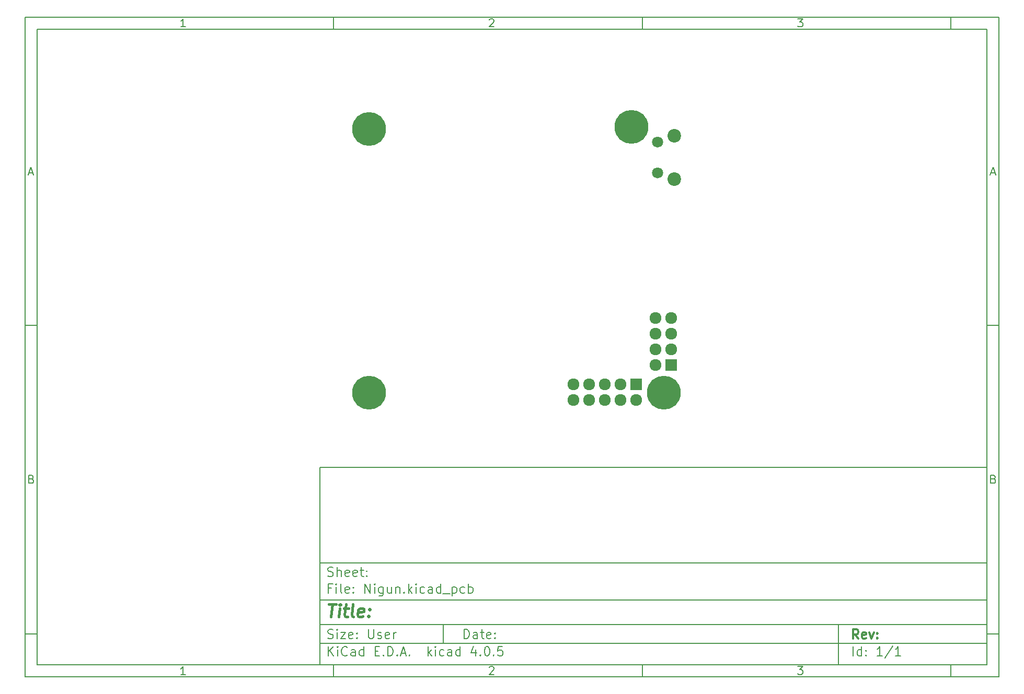
<source format=gbr>
G04 #@! TF.FileFunction,Soldermask,Bot*
%FSLAX46Y46*%
G04 Gerber Fmt 4.6, Leading zero omitted, Abs format (unit mm)*
G04 Created by KiCad (PCBNEW 4.0.5) date 2017 September 25, Monday 02:54:35*
%MOMM*%
%LPD*%
G01*
G04 APERTURE LIST*
%ADD10C,0.100000*%
%ADD11C,0.150000*%
%ADD12C,0.300000*%
%ADD13C,0.400000*%
%ADD14R,1.924000X1.924000*%
%ADD15C,1.924000*%
%ADD16C,1.808000*%
%ADD17C,2.200000*%
%ADD18C,5.480000*%
%ADD19C,0.908000*%
G04 APERTURE END LIST*
D10*
D11*
X57800000Y-83000000D02*
X57800000Y-115000000D01*
X165800000Y-115000000D01*
X165800000Y-83000000D01*
X57800000Y-83000000D01*
D10*
D11*
X10000000Y-10000000D02*
X10000000Y-117000000D01*
X167800000Y-117000000D01*
X167800000Y-10000000D01*
X10000000Y-10000000D01*
D10*
D11*
X12000000Y-12000000D02*
X12000000Y-115000000D01*
X165800000Y-115000000D01*
X165800000Y-12000000D01*
X12000000Y-12000000D01*
D10*
D11*
X60000000Y-12000000D02*
X60000000Y-10000000D01*
D10*
D11*
X110000000Y-12000000D02*
X110000000Y-10000000D01*
D10*
D11*
X160000000Y-12000000D02*
X160000000Y-10000000D01*
D10*
D11*
X35990476Y-11588095D02*
X35247619Y-11588095D01*
X35619048Y-11588095D02*
X35619048Y-10288095D01*
X35495238Y-10473810D01*
X35371429Y-10597619D01*
X35247619Y-10659524D01*
D10*
D11*
X85247619Y-10411905D02*
X85309524Y-10350000D01*
X85433333Y-10288095D01*
X85742857Y-10288095D01*
X85866667Y-10350000D01*
X85928571Y-10411905D01*
X85990476Y-10535714D01*
X85990476Y-10659524D01*
X85928571Y-10845238D01*
X85185714Y-11588095D01*
X85990476Y-11588095D01*
D10*
D11*
X135185714Y-10288095D02*
X135990476Y-10288095D01*
X135557143Y-10783333D01*
X135742857Y-10783333D01*
X135866667Y-10845238D01*
X135928571Y-10907143D01*
X135990476Y-11030952D01*
X135990476Y-11340476D01*
X135928571Y-11464286D01*
X135866667Y-11526190D01*
X135742857Y-11588095D01*
X135371429Y-11588095D01*
X135247619Y-11526190D01*
X135185714Y-11464286D01*
D10*
D11*
X60000000Y-115000000D02*
X60000000Y-117000000D01*
D10*
D11*
X110000000Y-115000000D02*
X110000000Y-117000000D01*
D10*
D11*
X160000000Y-115000000D02*
X160000000Y-117000000D01*
D10*
D11*
X35990476Y-116588095D02*
X35247619Y-116588095D01*
X35619048Y-116588095D02*
X35619048Y-115288095D01*
X35495238Y-115473810D01*
X35371429Y-115597619D01*
X35247619Y-115659524D01*
D10*
D11*
X85247619Y-115411905D02*
X85309524Y-115350000D01*
X85433333Y-115288095D01*
X85742857Y-115288095D01*
X85866667Y-115350000D01*
X85928571Y-115411905D01*
X85990476Y-115535714D01*
X85990476Y-115659524D01*
X85928571Y-115845238D01*
X85185714Y-116588095D01*
X85990476Y-116588095D01*
D10*
D11*
X135185714Y-115288095D02*
X135990476Y-115288095D01*
X135557143Y-115783333D01*
X135742857Y-115783333D01*
X135866667Y-115845238D01*
X135928571Y-115907143D01*
X135990476Y-116030952D01*
X135990476Y-116340476D01*
X135928571Y-116464286D01*
X135866667Y-116526190D01*
X135742857Y-116588095D01*
X135371429Y-116588095D01*
X135247619Y-116526190D01*
X135185714Y-116464286D01*
D10*
D11*
X10000000Y-60000000D02*
X12000000Y-60000000D01*
D10*
D11*
X10000000Y-110000000D02*
X12000000Y-110000000D01*
D10*
D11*
X10690476Y-35216667D02*
X11309524Y-35216667D01*
X10566667Y-35588095D02*
X11000000Y-34288095D01*
X11433333Y-35588095D01*
D10*
D11*
X11092857Y-84907143D02*
X11278571Y-84969048D01*
X11340476Y-85030952D01*
X11402381Y-85154762D01*
X11402381Y-85340476D01*
X11340476Y-85464286D01*
X11278571Y-85526190D01*
X11154762Y-85588095D01*
X10659524Y-85588095D01*
X10659524Y-84288095D01*
X11092857Y-84288095D01*
X11216667Y-84350000D01*
X11278571Y-84411905D01*
X11340476Y-84535714D01*
X11340476Y-84659524D01*
X11278571Y-84783333D01*
X11216667Y-84845238D01*
X11092857Y-84907143D01*
X10659524Y-84907143D01*
D10*
D11*
X167800000Y-60000000D02*
X165800000Y-60000000D01*
D10*
D11*
X167800000Y-110000000D02*
X165800000Y-110000000D01*
D10*
D11*
X166490476Y-35216667D02*
X167109524Y-35216667D01*
X166366667Y-35588095D02*
X166800000Y-34288095D01*
X167233333Y-35588095D01*
D10*
D11*
X166892857Y-84907143D02*
X167078571Y-84969048D01*
X167140476Y-85030952D01*
X167202381Y-85154762D01*
X167202381Y-85340476D01*
X167140476Y-85464286D01*
X167078571Y-85526190D01*
X166954762Y-85588095D01*
X166459524Y-85588095D01*
X166459524Y-84288095D01*
X166892857Y-84288095D01*
X167016667Y-84350000D01*
X167078571Y-84411905D01*
X167140476Y-84535714D01*
X167140476Y-84659524D01*
X167078571Y-84783333D01*
X167016667Y-84845238D01*
X166892857Y-84907143D01*
X166459524Y-84907143D01*
D10*
D11*
X81157143Y-110778571D02*
X81157143Y-109278571D01*
X81514286Y-109278571D01*
X81728571Y-109350000D01*
X81871429Y-109492857D01*
X81942857Y-109635714D01*
X82014286Y-109921429D01*
X82014286Y-110135714D01*
X81942857Y-110421429D01*
X81871429Y-110564286D01*
X81728571Y-110707143D01*
X81514286Y-110778571D01*
X81157143Y-110778571D01*
X83300000Y-110778571D02*
X83300000Y-109992857D01*
X83228571Y-109850000D01*
X83085714Y-109778571D01*
X82800000Y-109778571D01*
X82657143Y-109850000D01*
X83300000Y-110707143D02*
X83157143Y-110778571D01*
X82800000Y-110778571D01*
X82657143Y-110707143D01*
X82585714Y-110564286D01*
X82585714Y-110421429D01*
X82657143Y-110278571D01*
X82800000Y-110207143D01*
X83157143Y-110207143D01*
X83300000Y-110135714D01*
X83800000Y-109778571D02*
X84371429Y-109778571D01*
X84014286Y-109278571D02*
X84014286Y-110564286D01*
X84085714Y-110707143D01*
X84228572Y-110778571D01*
X84371429Y-110778571D01*
X85442857Y-110707143D02*
X85300000Y-110778571D01*
X85014286Y-110778571D01*
X84871429Y-110707143D01*
X84800000Y-110564286D01*
X84800000Y-109992857D01*
X84871429Y-109850000D01*
X85014286Y-109778571D01*
X85300000Y-109778571D01*
X85442857Y-109850000D01*
X85514286Y-109992857D01*
X85514286Y-110135714D01*
X84800000Y-110278571D01*
X86157143Y-110635714D02*
X86228571Y-110707143D01*
X86157143Y-110778571D01*
X86085714Y-110707143D01*
X86157143Y-110635714D01*
X86157143Y-110778571D01*
X86157143Y-109850000D02*
X86228571Y-109921429D01*
X86157143Y-109992857D01*
X86085714Y-109921429D01*
X86157143Y-109850000D01*
X86157143Y-109992857D01*
D10*
D11*
X57800000Y-111500000D02*
X165800000Y-111500000D01*
D10*
D11*
X59157143Y-113578571D02*
X59157143Y-112078571D01*
X60014286Y-113578571D02*
X59371429Y-112721429D01*
X60014286Y-112078571D02*
X59157143Y-112935714D01*
X60657143Y-113578571D02*
X60657143Y-112578571D01*
X60657143Y-112078571D02*
X60585714Y-112150000D01*
X60657143Y-112221429D01*
X60728571Y-112150000D01*
X60657143Y-112078571D01*
X60657143Y-112221429D01*
X62228572Y-113435714D02*
X62157143Y-113507143D01*
X61942857Y-113578571D01*
X61800000Y-113578571D01*
X61585715Y-113507143D01*
X61442857Y-113364286D01*
X61371429Y-113221429D01*
X61300000Y-112935714D01*
X61300000Y-112721429D01*
X61371429Y-112435714D01*
X61442857Y-112292857D01*
X61585715Y-112150000D01*
X61800000Y-112078571D01*
X61942857Y-112078571D01*
X62157143Y-112150000D01*
X62228572Y-112221429D01*
X63514286Y-113578571D02*
X63514286Y-112792857D01*
X63442857Y-112650000D01*
X63300000Y-112578571D01*
X63014286Y-112578571D01*
X62871429Y-112650000D01*
X63514286Y-113507143D02*
X63371429Y-113578571D01*
X63014286Y-113578571D01*
X62871429Y-113507143D01*
X62800000Y-113364286D01*
X62800000Y-113221429D01*
X62871429Y-113078571D01*
X63014286Y-113007143D01*
X63371429Y-113007143D01*
X63514286Y-112935714D01*
X64871429Y-113578571D02*
X64871429Y-112078571D01*
X64871429Y-113507143D02*
X64728572Y-113578571D01*
X64442858Y-113578571D01*
X64300000Y-113507143D01*
X64228572Y-113435714D01*
X64157143Y-113292857D01*
X64157143Y-112864286D01*
X64228572Y-112721429D01*
X64300000Y-112650000D01*
X64442858Y-112578571D01*
X64728572Y-112578571D01*
X64871429Y-112650000D01*
X66728572Y-112792857D02*
X67228572Y-112792857D01*
X67442858Y-113578571D02*
X66728572Y-113578571D01*
X66728572Y-112078571D01*
X67442858Y-112078571D01*
X68085715Y-113435714D02*
X68157143Y-113507143D01*
X68085715Y-113578571D01*
X68014286Y-113507143D01*
X68085715Y-113435714D01*
X68085715Y-113578571D01*
X68800001Y-113578571D02*
X68800001Y-112078571D01*
X69157144Y-112078571D01*
X69371429Y-112150000D01*
X69514287Y-112292857D01*
X69585715Y-112435714D01*
X69657144Y-112721429D01*
X69657144Y-112935714D01*
X69585715Y-113221429D01*
X69514287Y-113364286D01*
X69371429Y-113507143D01*
X69157144Y-113578571D01*
X68800001Y-113578571D01*
X70300001Y-113435714D02*
X70371429Y-113507143D01*
X70300001Y-113578571D01*
X70228572Y-113507143D01*
X70300001Y-113435714D01*
X70300001Y-113578571D01*
X70942858Y-113150000D02*
X71657144Y-113150000D01*
X70800001Y-113578571D02*
X71300001Y-112078571D01*
X71800001Y-113578571D01*
X72300001Y-113435714D02*
X72371429Y-113507143D01*
X72300001Y-113578571D01*
X72228572Y-113507143D01*
X72300001Y-113435714D01*
X72300001Y-113578571D01*
X75300001Y-113578571D02*
X75300001Y-112078571D01*
X75442858Y-113007143D02*
X75871429Y-113578571D01*
X75871429Y-112578571D02*
X75300001Y-113150000D01*
X76514287Y-113578571D02*
X76514287Y-112578571D01*
X76514287Y-112078571D02*
X76442858Y-112150000D01*
X76514287Y-112221429D01*
X76585715Y-112150000D01*
X76514287Y-112078571D01*
X76514287Y-112221429D01*
X77871430Y-113507143D02*
X77728573Y-113578571D01*
X77442859Y-113578571D01*
X77300001Y-113507143D01*
X77228573Y-113435714D01*
X77157144Y-113292857D01*
X77157144Y-112864286D01*
X77228573Y-112721429D01*
X77300001Y-112650000D01*
X77442859Y-112578571D01*
X77728573Y-112578571D01*
X77871430Y-112650000D01*
X79157144Y-113578571D02*
X79157144Y-112792857D01*
X79085715Y-112650000D01*
X78942858Y-112578571D01*
X78657144Y-112578571D01*
X78514287Y-112650000D01*
X79157144Y-113507143D02*
X79014287Y-113578571D01*
X78657144Y-113578571D01*
X78514287Y-113507143D01*
X78442858Y-113364286D01*
X78442858Y-113221429D01*
X78514287Y-113078571D01*
X78657144Y-113007143D01*
X79014287Y-113007143D01*
X79157144Y-112935714D01*
X80514287Y-113578571D02*
X80514287Y-112078571D01*
X80514287Y-113507143D02*
X80371430Y-113578571D01*
X80085716Y-113578571D01*
X79942858Y-113507143D01*
X79871430Y-113435714D01*
X79800001Y-113292857D01*
X79800001Y-112864286D01*
X79871430Y-112721429D01*
X79942858Y-112650000D01*
X80085716Y-112578571D01*
X80371430Y-112578571D01*
X80514287Y-112650000D01*
X83014287Y-112578571D02*
X83014287Y-113578571D01*
X82657144Y-112007143D02*
X82300001Y-113078571D01*
X83228573Y-113078571D01*
X83800001Y-113435714D02*
X83871429Y-113507143D01*
X83800001Y-113578571D01*
X83728572Y-113507143D01*
X83800001Y-113435714D01*
X83800001Y-113578571D01*
X84800001Y-112078571D02*
X84942858Y-112078571D01*
X85085715Y-112150000D01*
X85157144Y-112221429D01*
X85228573Y-112364286D01*
X85300001Y-112650000D01*
X85300001Y-113007143D01*
X85228573Y-113292857D01*
X85157144Y-113435714D01*
X85085715Y-113507143D01*
X84942858Y-113578571D01*
X84800001Y-113578571D01*
X84657144Y-113507143D01*
X84585715Y-113435714D01*
X84514287Y-113292857D01*
X84442858Y-113007143D01*
X84442858Y-112650000D01*
X84514287Y-112364286D01*
X84585715Y-112221429D01*
X84657144Y-112150000D01*
X84800001Y-112078571D01*
X85942858Y-113435714D02*
X86014286Y-113507143D01*
X85942858Y-113578571D01*
X85871429Y-113507143D01*
X85942858Y-113435714D01*
X85942858Y-113578571D01*
X87371430Y-112078571D02*
X86657144Y-112078571D01*
X86585715Y-112792857D01*
X86657144Y-112721429D01*
X86800001Y-112650000D01*
X87157144Y-112650000D01*
X87300001Y-112721429D01*
X87371430Y-112792857D01*
X87442858Y-112935714D01*
X87442858Y-113292857D01*
X87371430Y-113435714D01*
X87300001Y-113507143D01*
X87157144Y-113578571D01*
X86800001Y-113578571D01*
X86657144Y-113507143D01*
X86585715Y-113435714D01*
D10*
D11*
X57800000Y-108500000D02*
X165800000Y-108500000D01*
D10*
D12*
X145014286Y-110778571D02*
X144514286Y-110064286D01*
X144157143Y-110778571D02*
X144157143Y-109278571D01*
X144728571Y-109278571D01*
X144871429Y-109350000D01*
X144942857Y-109421429D01*
X145014286Y-109564286D01*
X145014286Y-109778571D01*
X144942857Y-109921429D01*
X144871429Y-109992857D01*
X144728571Y-110064286D01*
X144157143Y-110064286D01*
X146228571Y-110707143D02*
X146085714Y-110778571D01*
X145800000Y-110778571D01*
X145657143Y-110707143D01*
X145585714Y-110564286D01*
X145585714Y-109992857D01*
X145657143Y-109850000D01*
X145800000Y-109778571D01*
X146085714Y-109778571D01*
X146228571Y-109850000D01*
X146300000Y-109992857D01*
X146300000Y-110135714D01*
X145585714Y-110278571D01*
X146800000Y-109778571D02*
X147157143Y-110778571D01*
X147514285Y-109778571D01*
X148085714Y-110635714D02*
X148157142Y-110707143D01*
X148085714Y-110778571D01*
X148014285Y-110707143D01*
X148085714Y-110635714D01*
X148085714Y-110778571D01*
X148085714Y-109850000D02*
X148157142Y-109921429D01*
X148085714Y-109992857D01*
X148014285Y-109921429D01*
X148085714Y-109850000D01*
X148085714Y-109992857D01*
D10*
D11*
X59085714Y-110707143D02*
X59300000Y-110778571D01*
X59657143Y-110778571D01*
X59800000Y-110707143D01*
X59871429Y-110635714D01*
X59942857Y-110492857D01*
X59942857Y-110350000D01*
X59871429Y-110207143D01*
X59800000Y-110135714D01*
X59657143Y-110064286D01*
X59371429Y-109992857D01*
X59228571Y-109921429D01*
X59157143Y-109850000D01*
X59085714Y-109707143D01*
X59085714Y-109564286D01*
X59157143Y-109421429D01*
X59228571Y-109350000D01*
X59371429Y-109278571D01*
X59728571Y-109278571D01*
X59942857Y-109350000D01*
X60585714Y-110778571D02*
X60585714Y-109778571D01*
X60585714Y-109278571D02*
X60514285Y-109350000D01*
X60585714Y-109421429D01*
X60657142Y-109350000D01*
X60585714Y-109278571D01*
X60585714Y-109421429D01*
X61157143Y-109778571D02*
X61942857Y-109778571D01*
X61157143Y-110778571D01*
X61942857Y-110778571D01*
X63085714Y-110707143D02*
X62942857Y-110778571D01*
X62657143Y-110778571D01*
X62514286Y-110707143D01*
X62442857Y-110564286D01*
X62442857Y-109992857D01*
X62514286Y-109850000D01*
X62657143Y-109778571D01*
X62942857Y-109778571D01*
X63085714Y-109850000D01*
X63157143Y-109992857D01*
X63157143Y-110135714D01*
X62442857Y-110278571D01*
X63800000Y-110635714D02*
X63871428Y-110707143D01*
X63800000Y-110778571D01*
X63728571Y-110707143D01*
X63800000Y-110635714D01*
X63800000Y-110778571D01*
X63800000Y-109850000D02*
X63871428Y-109921429D01*
X63800000Y-109992857D01*
X63728571Y-109921429D01*
X63800000Y-109850000D01*
X63800000Y-109992857D01*
X65657143Y-109278571D02*
X65657143Y-110492857D01*
X65728571Y-110635714D01*
X65800000Y-110707143D01*
X65942857Y-110778571D01*
X66228571Y-110778571D01*
X66371429Y-110707143D01*
X66442857Y-110635714D01*
X66514286Y-110492857D01*
X66514286Y-109278571D01*
X67157143Y-110707143D02*
X67300000Y-110778571D01*
X67585715Y-110778571D01*
X67728572Y-110707143D01*
X67800000Y-110564286D01*
X67800000Y-110492857D01*
X67728572Y-110350000D01*
X67585715Y-110278571D01*
X67371429Y-110278571D01*
X67228572Y-110207143D01*
X67157143Y-110064286D01*
X67157143Y-109992857D01*
X67228572Y-109850000D01*
X67371429Y-109778571D01*
X67585715Y-109778571D01*
X67728572Y-109850000D01*
X69014286Y-110707143D02*
X68871429Y-110778571D01*
X68585715Y-110778571D01*
X68442858Y-110707143D01*
X68371429Y-110564286D01*
X68371429Y-109992857D01*
X68442858Y-109850000D01*
X68585715Y-109778571D01*
X68871429Y-109778571D01*
X69014286Y-109850000D01*
X69085715Y-109992857D01*
X69085715Y-110135714D01*
X68371429Y-110278571D01*
X69728572Y-110778571D02*
X69728572Y-109778571D01*
X69728572Y-110064286D02*
X69800000Y-109921429D01*
X69871429Y-109850000D01*
X70014286Y-109778571D01*
X70157143Y-109778571D01*
D10*
D11*
X144157143Y-113578571D02*
X144157143Y-112078571D01*
X145514286Y-113578571D02*
X145514286Y-112078571D01*
X145514286Y-113507143D02*
X145371429Y-113578571D01*
X145085715Y-113578571D01*
X144942857Y-113507143D01*
X144871429Y-113435714D01*
X144800000Y-113292857D01*
X144800000Y-112864286D01*
X144871429Y-112721429D01*
X144942857Y-112650000D01*
X145085715Y-112578571D01*
X145371429Y-112578571D01*
X145514286Y-112650000D01*
X146228572Y-113435714D02*
X146300000Y-113507143D01*
X146228572Y-113578571D01*
X146157143Y-113507143D01*
X146228572Y-113435714D01*
X146228572Y-113578571D01*
X146228572Y-112650000D02*
X146300000Y-112721429D01*
X146228572Y-112792857D01*
X146157143Y-112721429D01*
X146228572Y-112650000D01*
X146228572Y-112792857D01*
X148871429Y-113578571D02*
X148014286Y-113578571D01*
X148442858Y-113578571D02*
X148442858Y-112078571D01*
X148300001Y-112292857D01*
X148157143Y-112435714D01*
X148014286Y-112507143D01*
X150585714Y-112007143D02*
X149300000Y-113935714D01*
X151871429Y-113578571D02*
X151014286Y-113578571D01*
X151442858Y-113578571D02*
X151442858Y-112078571D01*
X151300001Y-112292857D01*
X151157143Y-112435714D01*
X151014286Y-112507143D01*
D10*
D11*
X57800000Y-104500000D02*
X165800000Y-104500000D01*
D10*
D13*
X59252381Y-105204762D02*
X60395238Y-105204762D01*
X59573810Y-107204762D02*
X59823810Y-105204762D01*
X60811905Y-107204762D02*
X60978571Y-105871429D01*
X61061905Y-105204762D02*
X60954762Y-105300000D01*
X61038095Y-105395238D01*
X61145239Y-105300000D01*
X61061905Y-105204762D01*
X61038095Y-105395238D01*
X61645238Y-105871429D02*
X62407143Y-105871429D01*
X62014286Y-105204762D02*
X61800000Y-106919048D01*
X61871430Y-107109524D01*
X62050001Y-107204762D01*
X62240477Y-107204762D01*
X63192858Y-107204762D02*
X63014287Y-107109524D01*
X62942857Y-106919048D01*
X63157143Y-105204762D01*
X64728572Y-107109524D02*
X64526191Y-107204762D01*
X64145239Y-107204762D01*
X63966667Y-107109524D01*
X63895238Y-106919048D01*
X63990476Y-106157143D01*
X64109524Y-105966667D01*
X64311905Y-105871429D01*
X64692857Y-105871429D01*
X64871429Y-105966667D01*
X64942857Y-106157143D01*
X64919048Y-106347619D01*
X63942857Y-106538095D01*
X65692857Y-107014286D02*
X65776192Y-107109524D01*
X65669048Y-107204762D01*
X65585715Y-107109524D01*
X65692857Y-107014286D01*
X65669048Y-107204762D01*
X65823810Y-105966667D02*
X65907144Y-106061905D01*
X65800000Y-106157143D01*
X65716667Y-106061905D01*
X65823810Y-105966667D01*
X65800000Y-106157143D01*
D10*
D11*
X59657143Y-102592857D02*
X59157143Y-102592857D01*
X59157143Y-103378571D02*
X59157143Y-101878571D01*
X59871429Y-101878571D01*
X60442857Y-103378571D02*
X60442857Y-102378571D01*
X60442857Y-101878571D02*
X60371428Y-101950000D01*
X60442857Y-102021429D01*
X60514285Y-101950000D01*
X60442857Y-101878571D01*
X60442857Y-102021429D01*
X61371429Y-103378571D02*
X61228571Y-103307143D01*
X61157143Y-103164286D01*
X61157143Y-101878571D01*
X62514285Y-103307143D02*
X62371428Y-103378571D01*
X62085714Y-103378571D01*
X61942857Y-103307143D01*
X61871428Y-103164286D01*
X61871428Y-102592857D01*
X61942857Y-102450000D01*
X62085714Y-102378571D01*
X62371428Y-102378571D01*
X62514285Y-102450000D01*
X62585714Y-102592857D01*
X62585714Y-102735714D01*
X61871428Y-102878571D01*
X63228571Y-103235714D02*
X63299999Y-103307143D01*
X63228571Y-103378571D01*
X63157142Y-103307143D01*
X63228571Y-103235714D01*
X63228571Y-103378571D01*
X63228571Y-102450000D02*
X63299999Y-102521429D01*
X63228571Y-102592857D01*
X63157142Y-102521429D01*
X63228571Y-102450000D01*
X63228571Y-102592857D01*
X65085714Y-103378571D02*
X65085714Y-101878571D01*
X65942857Y-103378571D01*
X65942857Y-101878571D01*
X66657143Y-103378571D02*
X66657143Y-102378571D01*
X66657143Y-101878571D02*
X66585714Y-101950000D01*
X66657143Y-102021429D01*
X66728571Y-101950000D01*
X66657143Y-101878571D01*
X66657143Y-102021429D01*
X68014286Y-102378571D02*
X68014286Y-103592857D01*
X67942857Y-103735714D01*
X67871429Y-103807143D01*
X67728572Y-103878571D01*
X67514286Y-103878571D01*
X67371429Y-103807143D01*
X68014286Y-103307143D02*
X67871429Y-103378571D01*
X67585715Y-103378571D01*
X67442857Y-103307143D01*
X67371429Y-103235714D01*
X67300000Y-103092857D01*
X67300000Y-102664286D01*
X67371429Y-102521429D01*
X67442857Y-102450000D01*
X67585715Y-102378571D01*
X67871429Y-102378571D01*
X68014286Y-102450000D01*
X69371429Y-102378571D02*
X69371429Y-103378571D01*
X68728572Y-102378571D02*
X68728572Y-103164286D01*
X68800000Y-103307143D01*
X68942858Y-103378571D01*
X69157143Y-103378571D01*
X69300000Y-103307143D01*
X69371429Y-103235714D01*
X70085715Y-102378571D02*
X70085715Y-103378571D01*
X70085715Y-102521429D02*
X70157143Y-102450000D01*
X70300001Y-102378571D01*
X70514286Y-102378571D01*
X70657143Y-102450000D01*
X70728572Y-102592857D01*
X70728572Y-103378571D01*
X71442858Y-103235714D02*
X71514286Y-103307143D01*
X71442858Y-103378571D01*
X71371429Y-103307143D01*
X71442858Y-103235714D01*
X71442858Y-103378571D01*
X72157144Y-103378571D02*
X72157144Y-101878571D01*
X72300001Y-102807143D02*
X72728572Y-103378571D01*
X72728572Y-102378571D02*
X72157144Y-102950000D01*
X73371430Y-103378571D02*
X73371430Y-102378571D01*
X73371430Y-101878571D02*
X73300001Y-101950000D01*
X73371430Y-102021429D01*
X73442858Y-101950000D01*
X73371430Y-101878571D01*
X73371430Y-102021429D01*
X74728573Y-103307143D02*
X74585716Y-103378571D01*
X74300002Y-103378571D01*
X74157144Y-103307143D01*
X74085716Y-103235714D01*
X74014287Y-103092857D01*
X74014287Y-102664286D01*
X74085716Y-102521429D01*
X74157144Y-102450000D01*
X74300002Y-102378571D01*
X74585716Y-102378571D01*
X74728573Y-102450000D01*
X76014287Y-103378571D02*
X76014287Y-102592857D01*
X75942858Y-102450000D01*
X75800001Y-102378571D01*
X75514287Y-102378571D01*
X75371430Y-102450000D01*
X76014287Y-103307143D02*
X75871430Y-103378571D01*
X75514287Y-103378571D01*
X75371430Y-103307143D01*
X75300001Y-103164286D01*
X75300001Y-103021429D01*
X75371430Y-102878571D01*
X75514287Y-102807143D01*
X75871430Y-102807143D01*
X76014287Y-102735714D01*
X77371430Y-103378571D02*
X77371430Y-101878571D01*
X77371430Y-103307143D02*
X77228573Y-103378571D01*
X76942859Y-103378571D01*
X76800001Y-103307143D01*
X76728573Y-103235714D01*
X76657144Y-103092857D01*
X76657144Y-102664286D01*
X76728573Y-102521429D01*
X76800001Y-102450000D01*
X76942859Y-102378571D01*
X77228573Y-102378571D01*
X77371430Y-102450000D01*
X77728573Y-103521429D02*
X78871430Y-103521429D01*
X79228573Y-102378571D02*
X79228573Y-103878571D01*
X79228573Y-102450000D02*
X79371430Y-102378571D01*
X79657144Y-102378571D01*
X79800001Y-102450000D01*
X79871430Y-102521429D01*
X79942859Y-102664286D01*
X79942859Y-103092857D01*
X79871430Y-103235714D01*
X79800001Y-103307143D01*
X79657144Y-103378571D01*
X79371430Y-103378571D01*
X79228573Y-103307143D01*
X81228573Y-103307143D02*
X81085716Y-103378571D01*
X80800002Y-103378571D01*
X80657144Y-103307143D01*
X80585716Y-103235714D01*
X80514287Y-103092857D01*
X80514287Y-102664286D01*
X80585716Y-102521429D01*
X80657144Y-102450000D01*
X80800002Y-102378571D01*
X81085716Y-102378571D01*
X81228573Y-102450000D01*
X81871430Y-103378571D02*
X81871430Y-101878571D01*
X81871430Y-102450000D02*
X82014287Y-102378571D01*
X82300001Y-102378571D01*
X82442858Y-102450000D01*
X82514287Y-102521429D01*
X82585716Y-102664286D01*
X82585716Y-103092857D01*
X82514287Y-103235714D01*
X82442858Y-103307143D01*
X82300001Y-103378571D01*
X82014287Y-103378571D01*
X81871430Y-103307143D01*
D10*
D11*
X57800000Y-98500000D02*
X165800000Y-98500000D01*
D10*
D11*
X59085714Y-100607143D02*
X59300000Y-100678571D01*
X59657143Y-100678571D01*
X59800000Y-100607143D01*
X59871429Y-100535714D01*
X59942857Y-100392857D01*
X59942857Y-100250000D01*
X59871429Y-100107143D01*
X59800000Y-100035714D01*
X59657143Y-99964286D01*
X59371429Y-99892857D01*
X59228571Y-99821429D01*
X59157143Y-99750000D01*
X59085714Y-99607143D01*
X59085714Y-99464286D01*
X59157143Y-99321429D01*
X59228571Y-99250000D01*
X59371429Y-99178571D01*
X59728571Y-99178571D01*
X59942857Y-99250000D01*
X60585714Y-100678571D02*
X60585714Y-99178571D01*
X61228571Y-100678571D02*
X61228571Y-99892857D01*
X61157142Y-99750000D01*
X61014285Y-99678571D01*
X60800000Y-99678571D01*
X60657142Y-99750000D01*
X60585714Y-99821429D01*
X62514285Y-100607143D02*
X62371428Y-100678571D01*
X62085714Y-100678571D01*
X61942857Y-100607143D01*
X61871428Y-100464286D01*
X61871428Y-99892857D01*
X61942857Y-99750000D01*
X62085714Y-99678571D01*
X62371428Y-99678571D01*
X62514285Y-99750000D01*
X62585714Y-99892857D01*
X62585714Y-100035714D01*
X61871428Y-100178571D01*
X63799999Y-100607143D02*
X63657142Y-100678571D01*
X63371428Y-100678571D01*
X63228571Y-100607143D01*
X63157142Y-100464286D01*
X63157142Y-99892857D01*
X63228571Y-99750000D01*
X63371428Y-99678571D01*
X63657142Y-99678571D01*
X63799999Y-99750000D01*
X63871428Y-99892857D01*
X63871428Y-100035714D01*
X63157142Y-100178571D01*
X64299999Y-99678571D02*
X64871428Y-99678571D01*
X64514285Y-99178571D02*
X64514285Y-100464286D01*
X64585713Y-100607143D01*
X64728571Y-100678571D01*
X64871428Y-100678571D01*
X65371428Y-100535714D02*
X65442856Y-100607143D01*
X65371428Y-100678571D01*
X65299999Y-100607143D01*
X65371428Y-100535714D01*
X65371428Y-100678571D01*
X65371428Y-99750000D02*
X65442856Y-99821429D01*
X65371428Y-99892857D01*
X65299999Y-99821429D01*
X65371428Y-99750000D01*
X65371428Y-99892857D01*
D10*
D11*
X77800000Y-108500000D02*
X77800000Y-111500000D01*
D10*
D11*
X141800000Y-108500000D02*
X141800000Y-115000000D01*
D14*
X114706400Y-66382900D03*
D15*
X112166400Y-66382900D03*
X114706400Y-63842900D03*
X112166400Y-63842900D03*
X114706400Y-61302900D03*
X112166400Y-61302900D03*
X114706400Y-58762900D03*
X112166400Y-58762900D03*
D14*
X109004100Y-69583300D03*
D15*
X109004100Y-72123300D03*
X106464100Y-69583300D03*
X106464100Y-72123300D03*
X103924100Y-69583300D03*
X103924100Y-72123300D03*
X101384100Y-69583300D03*
X101384100Y-72123300D03*
X98844100Y-69583300D03*
X98844100Y-72123300D03*
D16*
X112501700Y-35243900D03*
X112501700Y-30243900D03*
D17*
X115201700Y-36243900D03*
X115201700Y-29243900D03*
D18*
X65709800Y-70878700D03*
D19*
X67564000Y-70878700D03*
X65684400Y-69024500D03*
X65684400Y-72834500D03*
X67056000Y-72250300D03*
X64287400Y-69634100D03*
X64338200Y-72301100D03*
X63855600Y-70878700D03*
X67056000Y-69532500D03*
D18*
X65709800Y-28143200D03*
D19*
X67564000Y-28143200D03*
X65684400Y-26289000D03*
X65684400Y-30099000D03*
X67056000Y-29514800D03*
X64287400Y-26898600D03*
X64338200Y-29565600D03*
X63855600Y-28143200D03*
X67056000Y-26797000D03*
D18*
X113499900Y-70904100D03*
D19*
X115354100Y-70904100D03*
X113474500Y-69049900D03*
X113474500Y-72859900D03*
X114846100Y-72275700D03*
X112077500Y-69659500D03*
X112128300Y-72326500D03*
X111645700Y-70904100D03*
X114846100Y-69557900D03*
D18*
X108254800Y-27825700D03*
D19*
X110109000Y-27825700D03*
X108229400Y-25971500D03*
X108229400Y-29781500D03*
X109601000Y-29197300D03*
X106832400Y-26581100D03*
X106883200Y-29248100D03*
X106400600Y-27825700D03*
X109601000Y-26479500D03*
M02*

</source>
